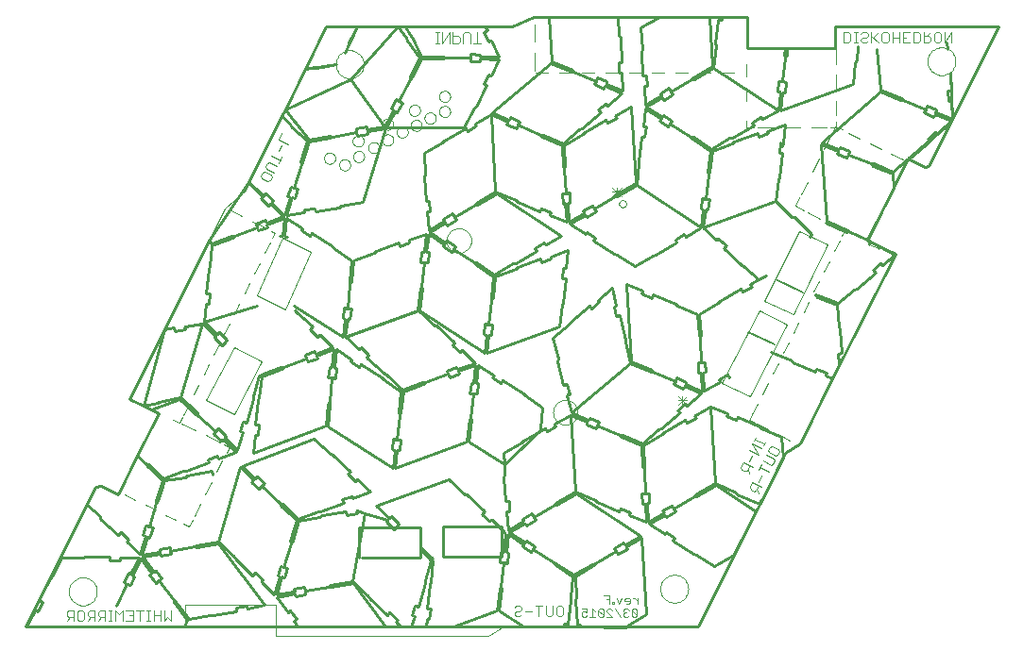
<source format=gbo>
G75*
%MOIN*%
%OFA0B0*%
%FSLAX24Y24*%
%IPPOS*%
%LPD*%
%AMOC8*
5,1,8,0,0,1.08239X$1,22.5*
%
%ADD10C,0.0000*%
%ADD11C,0.0039*%
%ADD12C,0.0030*%
%ADD13C,0.0100*%
%ADD14C,0.0059*%
%ADD15C,0.0040*%
D10*
X001543Y001214D02*
X007057Y001214D01*
X007162Y001332D01*
X007163Y001992D01*
X010376Y001990D01*
X010370Y000897D01*
X017853Y000897D01*
X018407Y001214D01*
X025254Y001214D01*
X028315Y007336D01*
X028846Y007690D01*
X032212Y014373D01*
X031218Y014865D01*
X032655Y017739D01*
X033246Y017444D01*
X033393Y017483D01*
X035864Y022424D01*
X030103Y022423D01*
X030103Y022424D02*
X030103Y021647D01*
X026989Y021647D01*
X026989Y022739D01*
X019476Y022739D01*
X018689Y022424D01*
X012143Y022424D01*
X009220Y016568D01*
X008561Y015977D01*
X005204Y009265D01*
X006218Y008753D01*
X004781Y005889D01*
X004191Y006184D01*
X004004Y006145D01*
X001543Y001214D01*
X003060Y002453D02*
X003062Y002497D01*
X003068Y002541D01*
X003078Y002584D01*
X003091Y002626D01*
X003109Y002666D01*
X003130Y002705D01*
X003154Y002742D01*
X003181Y002777D01*
X003212Y002809D01*
X003245Y002838D01*
X003281Y002864D01*
X003319Y002886D01*
X003359Y002905D01*
X003400Y002921D01*
X003443Y002933D01*
X003486Y002941D01*
X003530Y002945D01*
X003574Y002945D01*
X003618Y002941D01*
X003661Y002933D01*
X003704Y002921D01*
X003745Y002905D01*
X003785Y002886D01*
X003823Y002864D01*
X003859Y002838D01*
X003892Y002809D01*
X003923Y002777D01*
X003950Y002742D01*
X003974Y002705D01*
X003995Y002666D01*
X004013Y002626D01*
X004026Y002584D01*
X004036Y002541D01*
X004042Y002497D01*
X004044Y002453D01*
X004042Y002409D01*
X004036Y002365D01*
X004026Y002322D01*
X004013Y002280D01*
X003995Y002240D01*
X003974Y002201D01*
X003950Y002164D01*
X003923Y002129D01*
X003892Y002097D01*
X003859Y002068D01*
X003823Y002042D01*
X003785Y002020D01*
X003745Y002001D01*
X003704Y001985D01*
X003661Y001973D01*
X003618Y001965D01*
X003574Y001961D01*
X003530Y001961D01*
X003486Y001965D01*
X003443Y001973D01*
X003400Y001985D01*
X003359Y002001D01*
X003319Y002020D01*
X003281Y002042D01*
X003245Y002068D01*
X003212Y002097D01*
X003181Y002129D01*
X003154Y002164D01*
X003130Y002201D01*
X003109Y002240D01*
X003091Y002280D01*
X003078Y002322D01*
X003068Y002365D01*
X003062Y002409D01*
X003060Y002453D01*
X016391Y014853D02*
X016393Y014894D01*
X016399Y014935D01*
X016409Y014975D01*
X016422Y015014D01*
X016439Y015051D01*
X016460Y015087D01*
X016484Y015121D01*
X016511Y015152D01*
X016540Y015180D01*
X016573Y015206D01*
X016607Y015228D01*
X016644Y015247D01*
X016682Y015262D01*
X016722Y015274D01*
X016762Y015282D01*
X016803Y015286D01*
X016845Y015286D01*
X016886Y015282D01*
X016926Y015274D01*
X016966Y015262D01*
X017004Y015247D01*
X017040Y015228D01*
X017075Y015206D01*
X017108Y015180D01*
X017137Y015152D01*
X017164Y015121D01*
X017188Y015087D01*
X017209Y015051D01*
X017226Y015014D01*
X017239Y014975D01*
X017249Y014935D01*
X017255Y014894D01*
X017257Y014853D01*
X017255Y014812D01*
X017249Y014771D01*
X017239Y014731D01*
X017226Y014692D01*
X017209Y014655D01*
X017188Y014619D01*
X017164Y014585D01*
X017137Y014554D01*
X017108Y014526D01*
X017075Y014500D01*
X017041Y014478D01*
X017004Y014459D01*
X016966Y014444D01*
X016926Y014432D01*
X016886Y014424D01*
X016845Y014420D01*
X016803Y014420D01*
X016762Y014424D01*
X016722Y014432D01*
X016682Y014444D01*
X016644Y014459D01*
X016608Y014478D01*
X016573Y014500D01*
X016540Y014526D01*
X016511Y014554D01*
X016484Y014585D01*
X016460Y014619D01*
X016439Y014655D01*
X016422Y014692D01*
X016409Y014731D01*
X016399Y014771D01*
X016393Y014812D01*
X016391Y014853D01*
X012596Y017523D02*
X012598Y017550D01*
X012604Y017577D01*
X012613Y017603D01*
X012626Y017627D01*
X012642Y017650D01*
X012661Y017669D01*
X012683Y017686D01*
X012707Y017700D01*
X012732Y017710D01*
X012759Y017717D01*
X012786Y017720D01*
X012814Y017719D01*
X012841Y017714D01*
X012867Y017706D01*
X012891Y017694D01*
X012914Y017678D01*
X012935Y017660D01*
X012952Y017639D01*
X012967Y017615D01*
X012978Y017590D01*
X012986Y017564D01*
X012990Y017537D01*
X012990Y017509D01*
X012986Y017482D01*
X012978Y017456D01*
X012967Y017431D01*
X012952Y017407D01*
X012935Y017386D01*
X012914Y017368D01*
X012892Y017352D01*
X012867Y017340D01*
X012841Y017332D01*
X012814Y017327D01*
X012786Y017326D01*
X012759Y017329D01*
X012732Y017336D01*
X012707Y017346D01*
X012683Y017360D01*
X012661Y017377D01*
X012642Y017396D01*
X012626Y017419D01*
X012613Y017443D01*
X012604Y017469D01*
X012598Y017496D01*
X012596Y017523D01*
X012065Y017759D02*
X012067Y017786D01*
X012073Y017813D01*
X012082Y017839D01*
X012095Y017863D01*
X012111Y017886D01*
X012130Y017905D01*
X012152Y017922D01*
X012176Y017936D01*
X012201Y017946D01*
X012228Y017953D01*
X012255Y017956D01*
X012283Y017955D01*
X012310Y017950D01*
X012336Y017942D01*
X012360Y017930D01*
X012383Y017914D01*
X012404Y017896D01*
X012421Y017875D01*
X012436Y017851D01*
X012447Y017826D01*
X012455Y017800D01*
X012459Y017773D01*
X012459Y017745D01*
X012455Y017718D01*
X012447Y017692D01*
X012436Y017667D01*
X012421Y017643D01*
X012404Y017622D01*
X012383Y017604D01*
X012361Y017588D01*
X012336Y017576D01*
X012310Y017568D01*
X012283Y017563D01*
X012255Y017562D01*
X012228Y017565D01*
X012201Y017572D01*
X012176Y017582D01*
X012152Y017596D01*
X012130Y017613D01*
X012111Y017632D01*
X012095Y017655D01*
X012082Y017679D01*
X012073Y017705D01*
X012067Y017732D01*
X012065Y017759D01*
X013088Y017818D02*
X013090Y017845D01*
X013096Y017872D01*
X013105Y017898D01*
X013118Y017922D01*
X013134Y017945D01*
X013153Y017964D01*
X013175Y017981D01*
X013199Y017995D01*
X013224Y018005D01*
X013251Y018012D01*
X013278Y018015D01*
X013306Y018014D01*
X013333Y018009D01*
X013359Y018001D01*
X013383Y017989D01*
X013406Y017973D01*
X013427Y017955D01*
X013444Y017934D01*
X013459Y017910D01*
X013470Y017885D01*
X013478Y017859D01*
X013482Y017832D01*
X013482Y017804D01*
X013478Y017777D01*
X013470Y017751D01*
X013459Y017726D01*
X013444Y017702D01*
X013427Y017681D01*
X013406Y017663D01*
X013384Y017647D01*
X013359Y017635D01*
X013333Y017627D01*
X013306Y017622D01*
X013278Y017621D01*
X013251Y017624D01*
X013224Y017631D01*
X013199Y017641D01*
X013175Y017655D01*
X013153Y017672D01*
X013134Y017691D01*
X013118Y017714D01*
X013105Y017738D01*
X013096Y017764D01*
X013090Y017791D01*
X013088Y017818D01*
X013620Y018133D02*
X013622Y018160D01*
X013628Y018187D01*
X013637Y018213D01*
X013650Y018237D01*
X013666Y018260D01*
X013685Y018279D01*
X013707Y018296D01*
X013731Y018310D01*
X013756Y018320D01*
X013783Y018327D01*
X013810Y018330D01*
X013838Y018329D01*
X013865Y018324D01*
X013891Y018316D01*
X013915Y018304D01*
X013938Y018288D01*
X013959Y018270D01*
X013976Y018249D01*
X013991Y018225D01*
X014002Y018200D01*
X014010Y018174D01*
X014014Y018147D01*
X014014Y018119D01*
X014010Y018092D01*
X014002Y018066D01*
X013991Y018041D01*
X013976Y018017D01*
X013959Y017996D01*
X013938Y017978D01*
X013916Y017962D01*
X013891Y017950D01*
X013865Y017942D01*
X013838Y017937D01*
X013810Y017936D01*
X013783Y017939D01*
X013756Y017946D01*
X013731Y017956D01*
X013707Y017970D01*
X013685Y017987D01*
X013666Y018006D01*
X013650Y018029D01*
X013637Y018053D01*
X013628Y018079D01*
X013622Y018106D01*
X013620Y018133D01*
X013068Y018369D02*
X013070Y018396D01*
X013076Y018423D01*
X013085Y018449D01*
X013098Y018473D01*
X013114Y018496D01*
X013133Y018515D01*
X013155Y018532D01*
X013179Y018546D01*
X013204Y018556D01*
X013231Y018563D01*
X013258Y018566D01*
X013286Y018565D01*
X013313Y018560D01*
X013339Y018552D01*
X013363Y018540D01*
X013386Y018524D01*
X013407Y018506D01*
X013424Y018485D01*
X013439Y018461D01*
X013450Y018436D01*
X013458Y018410D01*
X013462Y018383D01*
X013462Y018355D01*
X013458Y018328D01*
X013450Y018302D01*
X013439Y018277D01*
X013424Y018253D01*
X013407Y018232D01*
X013386Y018214D01*
X013364Y018198D01*
X013339Y018186D01*
X013313Y018178D01*
X013286Y018173D01*
X013258Y018172D01*
X013231Y018175D01*
X013204Y018182D01*
X013179Y018192D01*
X013155Y018206D01*
X013133Y018223D01*
X013114Y018242D01*
X013098Y018265D01*
X013085Y018289D01*
X013076Y018315D01*
X013070Y018342D01*
X013068Y018369D01*
X014112Y018408D02*
X014114Y018435D01*
X014120Y018462D01*
X014129Y018488D01*
X014142Y018512D01*
X014158Y018535D01*
X014177Y018554D01*
X014199Y018571D01*
X014223Y018585D01*
X014248Y018595D01*
X014275Y018602D01*
X014302Y018605D01*
X014330Y018604D01*
X014357Y018599D01*
X014383Y018591D01*
X014407Y018579D01*
X014430Y018563D01*
X014451Y018545D01*
X014468Y018524D01*
X014483Y018500D01*
X014494Y018475D01*
X014502Y018449D01*
X014506Y018422D01*
X014506Y018394D01*
X014502Y018367D01*
X014494Y018341D01*
X014483Y018316D01*
X014468Y018292D01*
X014451Y018271D01*
X014430Y018253D01*
X014408Y018237D01*
X014383Y018225D01*
X014357Y018217D01*
X014330Y018212D01*
X014302Y018211D01*
X014275Y018214D01*
X014248Y018221D01*
X014223Y018231D01*
X014199Y018245D01*
X014177Y018262D01*
X014158Y018281D01*
X014142Y018304D01*
X014129Y018328D01*
X014120Y018354D01*
X014114Y018381D01*
X014112Y018408D01*
X014624Y018684D02*
X014626Y018711D01*
X014632Y018738D01*
X014641Y018764D01*
X014654Y018788D01*
X014670Y018811D01*
X014689Y018830D01*
X014711Y018847D01*
X014735Y018861D01*
X014760Y018871D01*
X014787Y018878D01*
X014814Y018881D01*
X014842Y018880D01*
X014869Y018875D01*
X014895Y018867D01*
X014919Y018855D01*
X014942Y018839D01*
X014963Y018821D01*
X014980Y018800D01*
X014995Y018776D01*
X015006Y018751D01*
X015014Y018725D01*
X015018Y018698D01*
X015018Y018670D01*
X015014Y018643D01*
X015006Y018617D01*
X014995Y018592D01*
X014980Y018568D01*
X014963Y018547D01*
X014942Y018529D01*
X014920Y018513D01*
X014895Y018501D01*
X014869Y018493D01*
X014842Y018488D01*
X014814Y018487D01*
X014787Y018490D01*
X014760Y018497D01*
X014735Y018507D01*
X014711Y018521D01*
X014689Y018538D01*
X014670Y018557D01*
X014654Y018580D01*
X014641Y018604D01*
X014632Y018630D01*
X014626Y018657D01*
X014624Y018684D01*
X014112Y018960D02*
X014114Y018987D01*
X014120Y019014D01*
X014129Y019040D01*
X014142Y019064D01*
X014158Y019087D01*
X014177Y019106D01*
X014199Y019123D01*
X014223Y019137D01*
X014248Y019147D01*
X014275Y019154D01*
X014302Y019157D01*
X014330Y019156D01*
X014357Y019151D01*
X014383Y019143D01*
X014407Y019131D01*
X014430Y019115D01*
X014451Y019097D01*
X014468Y019076D01*
X014483Y019052D01*
X014494Y019027D01*
X014502Y019001D01*
X014506Y018974D01*
X014506Y018946D01*
X014502Y018919D01*
X014494Y018893D01*
X014483Y018868D01*
X014468Y018844D01*
X014451Y018823D01*
X014430Y018805D01*
X014408Y018789D01*
X014383Y018777D01*
X014357Y018769D01*
X014330Y018764D01*
X014302Y018763D01*
X014275Y018766D01*
X014248Y018773D01*
X014223Y018783D01*
X014199Y018797D01*
X014177Y018814D01*
X014158Y018833D01*
X014142Y018856D01*
X014129Y018880D01*
X014120Y018906D01*
X014114Y018933D01*
X014112Y018960D01*
X015057Y019452D02*
X015059Y019479D01*
X015065Y019506D01*
X015074Y019532D01*
X015087Y019556D01*
X015103Y019579D01*
X015122Y019598D01*
X015144Y019615D01*
X015168Y019629D01*
X015193Y019639D01*
X015220Y019646D01*
X015247Y019649D01*
X015275Y019648D01*
X015302Y019643D01*
X015328Y019635D01*
X015352Y019623D01*
X015375Y019607D01*
X015396Y019589D01*
X015413Y019568D01*
X015428Y019544D01*
X015439Y019519D01*
X015447Y019493D01*
X015451Y019466D01*
X015451Y019438D01*
X015447Y019411D01*
X015439Y019385D01*
X015428Y019360D01*
X015413Y019336D01*
X015396Y019315D01*
X015375Y019297D01*
X015353Y019281D01*
X015328Y019269D01*
X015302Y019261D01*
X015275Y019256D01*
X015247Y019255D01*
X015220Y019258D01*
X015193Y019265D01*
X015168Y019275D01*
X015144Y019289D01*
X015122Y019306D01*
X015103Y019325D01*
X015087Y019348D01*
X015074Y019372D01*
X015065Y019398D01*
X015059Y019425D01*
X015057Y019452D01*
X015116Y018920D02*
X015118Y018947D01*
X015124Y018974D01*
X015133Y019000D01*
X015146Y019024D01*
X015162Y019047D01*
X015181Y019066D01*
X015203Y019083D01*
X015227Y019097D01*
X015252Y019107D01*
X015279Y019114D01*
X015306Y019117D01*
X015334Y019116D01*
X015361Y019111D01*
X015387Y019103D01*
X015411Y019091D01*
X015434Y019075D01*
X015455Y019057D01*
X015472Y019036D01*
X015487Y019012D01*
X015498Y018987D01*
X015506Y018961D01*
X015510Y018934D01*
X015510Y018906D01*
X015506Y018879D01*
X015498Y018853D01*
X015487Y018828D01*
X015472Y018804D01*
X015455Y018783D01*
X015434Y018765D01*
X015412Y018749D01*
X015387Y018737D01*
X015361Y018729D01*
X015334Y018724D01*
X015306Y018723D01*
X015279Y018726D01*
X015252Y018733D01*
X015227Y018743D01*
X015203Y018757D01*
X015181Y018774D01*
X015162Y018793D01*
X015146Y018816D01*
X015133Y018840D01*
X015124Y018866D01*
X015118Y018893D01*
X015116Y018920D01*
X015608Y019176D02*
X015610Y019203D01*
X015616Y019230D01*
X015625Y019256D01*
X015638Y019280D01*
X015654Y019303D01*
X015673Y019322D01*
X015695Y019339D01*
X015719Y019353D01*
X015744Y019363D01*
X015771Y019370D01*
X015798Y019373D01*
X015826Y019372D01*
X015853Y019367D01*
X015879Y019359D01*
X015903Y019347D01*
X015926Y019331D01*
X015947Y019313D01*
X015964Y019292D01*
X015979Y019268D01*
X015990Y019243D01*
X015998Y019217D01*
X016002Y019190D01*
X016002Y019162D01*
X015998Y019135D01*
X015990Y019109D01*
X015979Y019084D01*
X015964Y019060D01*
X015947Y019039D01*
X015926Y019021D01*
X015904Y019005D01*
X015879Y018993D01*
X015853Y018985D01*
X015826Y018980D01*
X015798Y018979D01*
X015771Y018982D01*
X015744Y018989D01*
X015719Y018999D01*
X015695Y019013D01*
X015673Y019030D01*
X015654Y019049D01*
X015638Y019072D01*
X015625Y019096D01*
X015616Y019122D01*
X015610Y019149D01*
X015608Y019176D01*
X016120Y019412D02*
X016122Y019439D01*
X016128Y019466D01*
X016137Y019492D01*
X016150Y019516D01*
X016166Y019539D01*
X016185Y019558D01*
X016207Y019575D01*
X016231Y019589D01*
X016256Y019599D01*
X016283Y019606D01*
X016310Y019609D01*
X016338Y019608D01*
X016365Y019603D01*
X016391Y019595D01*
X016415Y019583D01*
X016438Y019567D01*
X016459Y019549D01*
X016476Y019528D01*
X016491Y019504D01*
X016502Y019479D01*
X016510Y019453D01*
X016514Y019426D01*
X016514Y019398D01*
X016510Y019371D01*
X016502Y019345D01*
X016491Y019320D01*
X016476Y019296D01*
X016459Y019275D01*
X016438Y019257D01*
X016416Y019241D01*
X016391Y019229D01*
X016365Y019221D01*
X016338Y019216D01*
X016310Y019215D01*
X016283Y019218D01*
X016256Y019225D01*
X016231Y019235D01*
X016207Y019249D01*
X016185Y019266D01*
X016166Y019285D01*
X016150Y019308D01*
X016137Y019332D01*
X016128Y019358D01*
X016122Y019385D01*
X016120Y019412D01*
X016120Y019944D02*
X016122Y019971D01*
X016128Y019998D01*
X016137Y020024D01*
X016150Y020048D01*
X016166Y020071D01*
X016185Y020090D01*
X016207Y020107D01*
X016231Y020121D01*
X016256Y020131D01*
X016283Y020138D01*
X016310Y020141D01*
X016338Y020140D01*
X016365Y020135D01*
X016391Y020127D01*
X016415Y020115D01*
X016438Y020099D01*
X016459Y020081D01*
X016476Y020060D01*
X016491Y020036D01*
X016502Y020011D01*
X016510Y019985D01*
X016514Y019958D01*
X016514Y019930D01*
X016510Y019903D01*
X016502Y019877D01*
X016491Y019852D01*
X016476Y019828D01*
X016459Y019807D01*
X016438Y019789D01*
X016416Y019773D01*
X016391Y019761D01*
X016365Y019753D01*
X016338Y019748D01*
X016310Y019747D01*
X016283Y019750D01*
X016256Y019757D01*
X016231Y019767D01*
X016207Y019781D01*
X016185Y019798D01*
X016166Y019817D01*
X016150Y019840D01*
X016137Y019864D01*
X016128Y019890D01*
X016122Y019917D01*
X016120Y019944D01*
X012478Y021079D02*
X012480Y021123D01*
X012486Y021167D01*
X012496Y021210D01*
X012509Y021252D01*
X012527Y021292D01*
X012548Y021331D01*
X012572Y021368D01*
X012599Y021403D01*
X012630Y021435D01*
X012663Y021464D01*
X012699Y021490D01*
X012737Y021512D01*
X012777Y021531D01*
X012818Y021547D01*
X012861Y021559D01*
X012904Y021567D01*
X012948Y021571D01*
X012992Y021571D01*
X013036Y021567D01*
X013079Y021559D01*
X013122Y021547D01*
X013163Y021531D01*
X013203Y021512D01*
X013241Y021490D01*
X013277Y021464D01*
X013310Y021435D01*
X013341Y021403D01*
X013368Y021368D01*
X013392Y021331D01*
X013413Y021292D01*
X013431Y021252D01*
X013444Y021210D01*
X013454Y021167D01*
X013460Y021123D01*
X013462Y021079D01*
X013460Y021035D01*
X013454Y020991D01*
X013444Y020948D01*
X013431Y020906D01*
X013413Y020866D01*
X013392Y020827D01*
X013368Y020790D01*
X013341Y020755D01*
X013310Y020723D01*
X013277Y020694D01*
X013241Y020668D01*
X013203Y020646D01*
X013163Y020627D01*
X013122Y020611D01*
X013079Y020599D01*
X013036Y020591D01*
X012992Y020587D01*
X012948Y020587D01*
X012904Y020591D01*
X012861Y020599D01*
X012818Y020611D01*
X012777Y020627D01*
X012737Y020646D01*
X012699Y020668D01*
X012663Y020694D01*
X012630Y020723D01*
X012599Y020755D01*
X012572Y020790D01*
X012548Y020827D01*
X012527Y020866D01*
X012509Y020906D01*
X012496Y020948D01*
X012486Y020991D01*
X012480Y021035D01*
X012478Y021079D01*
X020144Y008781D02*
X020146Y008822D01*
X020152Y008863D01*
X020162Y008903D01*
X020175Y008942D01*
X020192Y008979D01*
X020213Y009015D01*
X020237Y009049D01*
X020264Y009080D01*
X020293Y009108D01*
X020326Y009134D01*
X020360Y009156D01*
X020397Y009175D01*
X020435Y009190D01*
X020475Y009202D01*
X020515Y009210D01*
X020556Y009214D01*
X020598Y009214D01*
X020639Y009210D01*
X020679Y009202D01*
X020719Y009190D01*
X020757Y009175D01*
X020793Y009156D01*
X020828Y009134D01*
X020861Y009108D01*
X020890Y009080D01*
X020917Y009049D01*
X020941Y009015D01*
X020962Y008979D01*
X020979Y008942D01*
X020992Y008903D01*
X021002Y008863D01*
X021008Y008822D01*
X021010Y008781D01*
X021008Y008740D01*
X021002Y008699D01*
X020992Y008659D01*
X020979Y008620D01*
X020962Y008583D01*
X020941Y008547D01*
X020917Y008513D01*
X020890Y008482D01*
X020861Y008454D01*
X020828Y008428D01*
X020794Y008406D01*
X020757Y008387D01*
X020719Y008372D01*
X020679Y008360D01*
X020639Y008352D01*
X020598Y008348D01*
X020556Y008348D01*
X020515Y008352D01*
X020475Y008360D01*
X020435Y008372D01*
X020397Y008387D01*
X020361Y008406D01*
X020326Y008428D01*
X020293Y008454D01*
X020264Y008482D01*
X020237Y008513D01*
X020213Y008547D01*
X020192Y008583D01*
X020175Y008620D01*
X020162Y008659D01*
X020152Y008699D01*
X020146Y008740D01*
X020144Y008781D01*
X023929Y002550D02*
X023931Y002594D01*
X023937Y002638D01*
X023947Y002681D01*
X023960Y002723D01*
X023978Y002763D01*
X023999Y002802D01*
X024023Y002839D01*
X024050Y002874D01*
X024081Y002906D01*
X024114Y002935D01*
X024150Y002961D01*
X024188Y002983D01*
X024228Y003002D01*
X024269Y003018D01*
X024312Y003030D01*
X024355Y003038D01*
X024399Y003042D01*
X024443Y003042D01*
X024487Y003038D01*
X024530Y003030D01*
X024573Y003018D01*
X024614Y003002D01*
X024654Y002983D01*
X024692Y002961D01*
X024728Y002935D01*
X024761Y002906D01*
X024792Y002874D01*
X024819Y002839D01*
X024843Y002802D01*
X024864Y002763D01*
X024882Y002723D01*
X024895Y002681D01*
X024905Y002638D01*
X024911Y002594D01*
X024913Y002550D01*
X024911Y002506D01*
X024905Y002462D01*
X024895Y002419D01*
X024882Y002377D01*
X024864Y002337D01*
X024843Y002298D01*
X024819Y002261D01*
X024792Y002226D01*
X024761Y002194D01*
X024728Y002165D01*
X024692Y002139D01*
X024654Y002117D01*
X024614Y002098D01*
X024573Y002082D01*
X024530Y002070D01*
X024487Y002062D01*
X024443Y002058D01*
X024399Y002058D01*
X024355Y002062D01*
X024312Y002070D01*
X024269Y002082D01*
X024228Y002098D01*
X024188Y002117D01*
X024150Y002139D01*
X024114Y002165D01*
X024081Y002194D01*
X024050Y002226D01*
X024023Y002261D01*
X023999Y002298D01*
X023978Y002337D01*
X023960Y002377D01*
X023947Y002419D01*
X023937Y002462D01*
X023931Y002506D01*
X023929Y002550D01*
X033359Y021185D02*
X033361Y021229D01*
X033367Y021273D01*
X033377Y021316D01*
X033390Y021358D01*
X033408Y021398D01*
X033429Y021437D01*
X033453Y021474D01*
X033480Y021509D01*
X033511Y021541D01*
X033544Y021570D01*
X033580Y021596D01*
X033618Y021618D01*
X033658Y021637D01*
X033699Y021653D01*
X033742Y021665D01*
X033785Y021673D01*
X033829Y021677D01*
X033873Y021677D01*
X033917Y021673D01*
X033960Y021665D01*
X034003Y021653D01*
X034044Y021637D01*
X034084Y021618D01*
X034122Y021596D01*
X034158Y021570D01*
X034191Y021541D01*
X034222Y021509D01*
X034249Y021474D01*
X034273Y021437D01*
X034294Y021398D01*
X034312Y021358D01*
X034325Y021316D01*
X034335Y021273D01*
X034341Y021229D01*
X034343Y021185D01*
X034341Y021141D01*
X034335Y021097D01*
X034325Y021054D01*
X034312Y021012D01*
X034294Y020972D01*
X034273Y020933D01*
X034249Y020896D01*
X034222Y020861D01*
X034191Y020829D01*
X034158Y020800D01*
X034122Y020774D01*
X034084Y020752D01*
X034044Y020733D01*
X034003Y020717D01*
X033960Y020705D01*
X033917Y020697D01*
X033873Y020693D01*
X033829Y020693D01*
X033785Y020697D01*
X033742Y020705D01*
X033699Y020717D01*
X033658Y020733D01*
X033618Y020752D01*
X033580Y020774D01*
X033544Y020800D01*
X033511Y020829D01*
X033480Y020861D01*
X033453Y020896D01*
X033429Y020933D01*
X033408Y020972D01*
X033390Y021012D01*
X033377Y021054D01*
X033367Y021097D01*
X033361Y021141D01*
X033359Y021185D01*
D11*
X030126Y021097D02*
X030126Y021609D01*
X030126Y020704D02*
X030126Y020192D01*
X030126Y019798D02*
X030126Y019286D01*
X030123Y019061D02*
X030123Y018846D01*
X029932Y018846D01*
X029808Y018850D02*
X029251Y018850D01*
X028857Y018849D02*
X028301Y018848D01*
X027907Y018847D02*
X027350Y018846D01*
X027227Y018846D02*
X026972Y018848D01*
X026972Y019085D01*
X026971Y019789D02*
X026971Y020242D01*
X026971Y020635D02*
X026971Y021088D01*
X026531Y020789D02*
X026104Y020789D01*
X025710Y020789D02*
X025283Y020789D01*
X024889Y020789D02*
X024461Y020788D01*
X024068Y020788D02*
X023640Y020788D01*
X023247Y020788D02*
X022819Y020788D01*
X022426Y020788D02*
X021998Y020788D01*
X021605Y020788D02*
X021177Y020788D01*
X020784Y020788D02*
X020356Y020788D01*
X019963Y020788D02*
X019535Y020787D01*
X019485Y020845D02*
X019486Y021474D01*
X019487Y021868D02*
X019488Y022497D01*
X022475Y016152D02*
X022477Y016174D01*
X022482Y016194D01*
X022492Y016214D01*
X022504Y016232D01*
X022519Y016247D01*
X022537Y016259D01*
X022557Y016269D01*
X022577Y016274D01*
X022599Y016276D01*
X022621Y016274D01*
X022641Y016269D01*
X022661Y016259D01*
X022679Y016247D01*
X022694Y016232D01*
X022706Y016214D01*
X022716Y016194D01*
X022721Y016174D01*
X022723Y016152D01*
X022721Y016130D01*
X022716Y016110D01*
X022706Y016090D01*
X022694Y016072D01*
X022679Y016057D01*
X022661Y016045D01*
X022641Y016035D01*
X022621Y016030D01*
X022599Y016028D01*
X022577Y016030D01*
X022557Y016035D01*
X022537Y016045D01*
X022519Y016057D01*
X022504Y016072D01*
X022492Y016090D01*
X022482Y016110D01*
X022477Y016130D01*
X022475Y016152D01*
X027609Y012716D02*
X028620Y012237D01*
X029825Y014726D01*
X028839Y015175D01*
X027609Y012716D01*
X027418Y012368D02*
X028394Y011896D01*
X027107Y009344D01*
X026109Y009823D01*
X027418Y012368D01*
X028621Y011595D02*
X028806Y011964D01*
X028982Y012316D02*
X029166Y012686D01*
X029343Y013038D02*
X029527Y013407D01*
X029703Y013759D02*
X029888Y014129D01*
X030064Y014481D02*
X030249Y014850D01*
X030342Y015032D02*
X030450Y015241D01*
X030352Y015239D02*
X029918Y015456D01*
X029566Y015632D02*
X029132Y015849D01*
X028995Y015922D02*
X028691Y016071D01*
X028840Y016370D01*
X028893Y016472D02*
X029123Y016931D01*
X029299Y017283D02*
X029529Y017743D01*
X029706Y018095D02*
X029936Y018554D01*
X029988Y018659D02*
X030105Y018891D01*
X030351Y018768D01*
X030559Y018665D02*
X030966Y018461D01*
X031318Y018285D02*
X031725Y018081D01*
X032077Y017904D02*
X032483Y017700D01*
X031301Y014725D02*
X031642Y014581D01*
X028445Y011243D02*
X028260Y010873D01*
X028084Y010521D02*
X027899Y010152D01*
X027723Y009800D02*
X027539Y009430D01*
X027363Y009078D02*
X027178Y008709D01*
X027168Y008694D02*
X027072Y008512D01*
X027249Y008423D01*
X027327Y008385D02*
X027741Y008177D01*
X028093Y008001D02*
X028508Y007794D01*
X011605Y014454D02*
X010605Y014954D01*
X009684Y012922D01*
X010684Y012422D01*
X011605Y014454D01*
X010325Y015129D02*
X010225Y014933D01*
X010146Y014772D02*
X009964Y014408D01*
X009788Y014056D02*
X009606Y013693D01*
X009430Y013341D02*
X009248Y012977D01*
X009072Y012625D02*
X008890Y012262D01*
X008713Y011910D02*
X008532Y011546D01*
X008355Y011194D02*
X008174Y010831D01*
X007997Y010479D02*
X007816Y010115D01*
X007639Y009763D02*
X007457Y009400D01*
X007281Y009047D02*
X007099Y008684D01*
X007059Y008607D02*
X006955Y008403D01*
X006743Y008505D01*
X007038Y008398D02*
X007543Y008145D01*
X007895Y007969D02*
X008400Y007716D01*
X008513Y007662D02*
X008715Y007559D01*
X008614Y007360D01*
X008477Y007094D02*
X008263Y006667D01*
X008087Y006315D02*
X007873Y005888D01*
X007696Y005536D02*
X007482Y005109D01*
X007423Y004975D02*
X007299Y004733D01*
X007088Y004846D01*
X006837Y004973D02*
X006471Y005158D01*
X006119Y005336D02*
X005753Y005521D01*
X005402Y005699D02*
X005036Y005884D01*
X007908Y009204D02*
X008908Y008704D01*
X009846Y010579D01*
X008908Y011079D01*
X007908Y009204D01*
X010325Y015129D02*
X010184Y015199D01*
X009981Y015305D02*
X009527Y015532D01*
X009175Y015708D02*
X008721Y015935D01*
D12*
X009854Y017065D02*
X009826Y017148D01*
X009881Y017258D01*
X009964Y017286D01*
X010185Y017176D01*
X010213Y017093D01*
X010158Y016983D01*
X010075Y016955D01*
X009854Y017065D01*
X010018Y017395D02*
X009990Y017477D01*
X010045Y017588D01*
X010128Y017616D01*
X010404Y017479D01*
X010458Y017587D02*
X010568Y017809D01*
X010513Y017698D02*
X010181Y017863D01*
X010456Y018000D02*
X010566Y018221D01*
X010785Y018247D02*
X010454Y018412D01*
X010564Y018633D01*
X010018Y017395D02*
X010294Y017257D01*
X015993Y021830D02*
X016116Y021830D01*
X016054Y021830D02*
X016054Y022201D01*
X015993Y022201D02*
X016116Y022201D01*
X016238Y022201D02*
X016238Y021830D01*
X016485Y022201D01*
X016485Y021830D01*
X016606Y021830D02*
X016606Y022201D01*
X016606Y022077D02*
X016792Y022077D01*
X016853Y022015D01*
X016853Y021892D01*
X016792Y021830D01*
X016606Y021830D01*
X016975Y021830D02*
X016975Y022139D01*
X017036Y022201D01*
X017160Y022201D01*
X017222Y022139D01*
X017222Y021830D01*
X017343Y021830D02*
X017590Y021830D01*
X017466Y021830D02*
X017466Y022201D01*
X030393Y022211D02*
X030393Y021841D01*
X030578Y021841D01*
X030640Y021903D01*
X030640Y022150D01*
X030578Y022211D01*
X030393Y022211D01*
X030761Y022211D02*
X030885Y022211D01*
X030823Y022211D02*
X030823Y021841D01*
X030761Y021841D02*
X030885Y021841D01*
X031007Y021903D02*
X031007Y021964D01*
X031068Y022026D01*
X031192Y022026D01*
X031254Y022088D01*
X031254Y022150D01*
X031192Y022211D01*
X031068Y022211D01*
X031007Y022150D01*
X031007Y021903D02*
X031068Y021841D01*
X031192Y021841D01*
X031254Y021903D01*
X031375Y021841D02*
X031375Y022211D01*
X031375Y022088D02*
X031622Y021841D01*
X031743Y021903D02*
X031743Y022150D01*
X031805Y022211D01*
X031928Y022211D01*
X031990Y022150D01*
X031990Y021903D01*
X031928Y021841D01*
X031805Y021841D01*
X031743Y021903D01*
X031437Y022026D02*
X031622Y022211D01*
X032112Y022211D02*
X032112Y021841D01*
X032112Y022026D02*
X032359Y022026D01*
X032480Y022026D02*
X032603Y022026D01*
X032480Y021841D02*
X032480Y022211D01*
X032727Y022211D01*
X032848Y022211D02*
X033033Y022211D01*
X033095Y022150D01*
X033095Y021903D01*
X033033Y021841D01*
X032848Y021841D01*
X032848Y022211D01*
X033217Y022211D02*
X033217Y021841D01*
X033402Y021841D01*
X033463Y021903D01*
X033463Y022026D01*
X033402Y022088D01*
X033217Y022088D01*
X033340Y022088D02*
X033463Y022211D01*
X033585Y022150D02*
X033647Y022211D01*
X033770Y022211D01*
X033832Y022150D01*
X033832Y021903D01*
X033770Y021841D01*
X033647Y021841D01*
X033585Y021903D01*
X033585Y022150D01*
X033953Y022211D02*
X033953Y021841D01*
X034200Y022211D01*
X034200Y021841D01*
X032727Y021841D02*
X032480Y021841D01*
X032359Y021841D02*
X032359Y022211D01*
X027285Y007886D02*
X027231Y007776D01*
X027258Y007831D02*
X027590Y007666D01*
X027617Y007721D02*
X027562Y007611D01*
X027508Y007501D02*
X027176Y007666D01*
X027398Y007280D01*
X027067Y007445D01*
X027178Y007254D02*
X027069Y007033D01*
X027070Y006897D02*
X026988Y006731D01*
X026905Y006703D01*
X026794Y006758D01*
X026766Y006840D01*
X026849Y007006D01*
X027180Y006842D01*
X027015Y006786D02*
X027071Y006621D01*
X027168Y006300D02*
X027085Y006134D01*
X027113Y006051D01*
X027224Y005996D01*
X027307Y006024D01*
X027389Y006190D01*
X027500Y006135D02*
X027168Y006300D01*
X027388Y006326D02*
X027497Y006547D01*
X027386Y006738D02*
X027495Y006959D01*
X027549Y007068D02*
X027826Y006931D01*
X027908Y006959D01*
X027963Y007069D01*
X027936Y007152D01*
X027659Y007289D01*
X027768Y007371D02*
X027741Y007453D01*
X027795Y007564D01*
X027878Y007592D01*
X028099Y007482D01*
X028127Y007399D01*
X028072Y007289D01*
X027990Y007261D01*
X027768Y007371D01*
X027440Y006849D02*
X027772Y006684D01*
X027334Y006079D02*
X027390Y005914D01*
X023115Y002224D02*
X023115Y002031D01*
X023115Y002128D02*
X023018Y002224D01*
X022970Y002224D01*
X022869Y002176D02*
X022821Y002224D01*
X022724Y002224D01*
X022676Y002176D01*
X022676Y002128D01*
X022869Y002128D01*
X022869Y002176D02*
X022869Y002079D01*
X022821Y002031D01*
X022724Y002031D01*
X022767Y001845D02*
X022670Y001845D01*
X022622Y001797D01*
X022622Y001748D01*
X022670Y001700D01*
X022622Y001651D01*
X022622Y001603D01*
X022670Y001555D01*
X022767Y001555D01*
X022815Y001603D01*
X022916Y001603D02*
X022965Y001555D01*
X023061Y001555D01*
X023110Y001603D01*
X022916Y001797D01*
X022916Y001603D01*
X022916Y001797D02*
X022965Y001845D01*
X023061Y001845D01*
X023110Y001797D01*
X023110Y001603D01*
X022815Y001797D02*
X022767Y001845D01*
X022718Y001700D02*
X022670Y001700D01*
X022521Y001555D02*
X022327Y001845D01*
X022226Y001797D02*
X022178Y001845D01*
X022081Y001845D01*
X022032Y001797D01*
X022032Y001748D01*
X022226Y001555D01*
X022032Y001555D01*
X021931Y001603D02*
X021883Y001555D01*
X021786Y001555D01*
X021738Y001603D01*
X021738Y001797D01*
X021931Y001603D01*
X021931Y001797D01*
X021883Y001845D01*
X021786Y001845D01*
X021738Y001797D01*
X021637Y001748D02*
X021540Y001845D01*
X021540Y001555D01*
X021637Y001555D02*
X021443Y001555D01*
X021342Y001603D02*
X021294Y001555D01*
X021197Y001555D01*
X021148Y001603D01*
X021148Y001700D01*
X021197Y001748D01*
X021245Y001748D01*
X021342Y001700D01*
X021342Y001845D01*
X021148Y001845D01*
X020503Y001882D02*
X020503Y001636D01*
X020441Y001574D01*
X020318Y001574D01*
X020256Y001636D01*
X020256Y001882D01*
X020318Y001944D01*
X020441Y001944D01*
X020503Y001882D01*
X020134Y001944D02*
X020134Y001636D01*
X020073Y001574D01*
X019949Y001574D01*
X019888Y001636D01*
X019888Y001944D01*
X019766Y001944D02*
X019519Y001944D01*
X019643Y001944D02*
X019643Y001574D01*
X019398Y001759D02*
X019151Y001759D01*
X019029Y001821D02*
X018968Y001759D01*
X018844Y001759D01*
X018783Y001697D01*
X018783Y001636D01*
X018844Y001574D01*
X018968Y001574D01*
X019029Y001636D01*
X019029Y001821D02*
X019029Y001882D01*
X018968Y001944D01*
X018844Y001944D01*
X018783Y001882D01*
X021939Y002321D02*
X022133Y002321D01*
X022133Y002031D01*
X022232Y002031D02*
X022280Y002031D01*
X022280Y002079D01*
X022232Y002079D01*
X022232Y002031D01*
X022133Y002176D02*
X022036Y002176D01*
X022381Y002224D02*
X022478Y002031D01*
X022575Y002224D01*
X006665Y001785D02*
X006665Y001415D01*
X006541Y001538D01*
X006418Y001415D01*
X006418Y001785D01*
X006297Y001785D02*
X006297Y001415D01*
X006297Y001600D02*
X006050Y001600D01*
X006050Y001785D02*
X006050Y001415D01*
X005928Y001415D02*
X005805Y001415D01*
X005867Y001415D02*
X005867Y001785D01*
X005928Y001785D02*
X005805Y001785D01*
X005683Y001785D02*
X005436Y001785D01*
X005314Y001785D02*
X005314Y001415D01*
X005068Y001415D01*
X004946Y001415D02*
X004946Y001785D01*
X004823Y001662D01*
X004699Y001785D01*
X004699Y001415D01*
X004578Y001415D02*
X004454Y001415D01*
X004516Y001415D02*
X004516Y001785D01*
X004578Y001785D02*
X004454Y001785D01*
X004332Y001785D02*
X004332Y001415D01*
X004332Y001538D02*
X004147Y001538D01*
X004085Y001600D01*
X004085Y001724D01*
X004147Y001785D01*
X004332Y001785D01*
X004209Y001538D02*
X004085Y001415D01*
X003964Y001415D02*
X003964Y001785D01*
X003779Y001785D01*
X003717Y001724D01*
X003717Y001600D01*
X003779Y001538D01*
X003964Y001538D01*
X003841Y001538D02*
X003717Y001415D01*
X003596Y001477D02*
X003534Y001415D01*
X003410Y001415D01*
X003349Y001477D01*
X003349Y001724D01*
X003410Y001785D01*
X003534Y001785D01*
X003596Y001724D01*
X003596Y001477D01*
X003227Y001538D02*
X003042Y001538D01*
X002980Y001600D01*
X002980Y001724D01*
X003042Y001785D01*
X003227Y001785D01*
X003227Y001415D01*
X003104Y001538D02*
X002980Y001415D01*
X005068Y001785D02*
X005314Y001785D01*
X005314Y001600D02*
X005191Y001600D01*
X005559Y001415D02*
X005559Y001785D01*
D13*
X004413Y001214D02*
X001539Y001213D01*
X007115Y001213D01*
X007230Y001441D01*
X006758Y002071D01*
X006748Y002144D01*
X006234Y002834D01*
X006132Y002757D01*
X005911Y003053D01*
X005971Y003098D01*
X005975Y003115D01*
X005594Y003624D01*
X005298Y003031D01*
X005377Y002991D01*
X005217Y002671D01*
X005105Y002727D01*
X004991Y002783D01*
X005156Y003114D01*
X005224Y003080D01*
X005241Y003085D01*
X005525Y003653D01*
X004862Y003653D01*
X004862Y003563D01*
X004504Y003563D01*
X004504Y003689D01*
X003640Y003689D01*
X003550Y003653D01*
X002797Y003653D01*
X002461Y002979D01*
X002385Y002911D01*
X001999Y002139D01*
X002116Y002081D01*
X001950Y001751D01*
X001882Y001785D01*
X001861Y001781D01*
X001578Y001214D01*
X001543Y001214D01*
X004004Y006145D01*
X004191Y006184D01*
X004781Y005889D01*
X005469Y007261D01*
X005753Y006995D01*
X005796Y006903D01*
X006345Y006389D01*
X006131Y005667D01*
X006139Y005570D01*
X005893Y004742D01*
X005772Y004778D01*
X005670Y004435D01*
X005756Y004409D01*
X005567Y003774D01*
X005103Y004209D01*
X005104Y004226D01*
X005156Y004282D01*
X004886Y004534D01*
X004799Y004441D01*
X004173Y005032D01*
X004152Y005102D01*
X003696Y005529D01*
X005893Y004742D02*
X006013Y004706D01*
X005911Y004363D01*
X005825Y004389D01*
X005636Y003754D01*
X006262Y003864D01*
X006271Y003879D01*
X006258Y003953D01*
X006622Y004017D01*
X006643Y003892D01*
X007490Y004043D01*
X007547Y004090D01*
X008322Y004227D01*
X008896Y003688D01*
X008918Y003618D01*
X009544Y003028D01*
X009631Y003121D01*
X009900Y002868D01*
X009848Y002813D01*
X009848Y002795D01*
X010311Y002361D01*
X010500Y002996D01*
X010415Y003021D01*
X010517Y003364D01*
X010638Y003329D01*
X010884Y004157D01*
X010945Y004233D01*
X011160Y004954D01*
X011901Y005084D01*
X011988Y005138D01*
X012838Y005287D01*
X012861Y005159D01*
X013224Y005223D01*
X013211Y005298D01*
X013221Y005317D01*
X013491Y005229D01*
X013067Y002813D01*
X013641Y002275D01*
X013663Y002204D01*
X014289Y001614D01*
X014376Y001707D01*
X014645Y001455D01*
X014593Y001399D01*
X014593Y001382D01*
X014773Y001213D01*
X015135Y001213D01*
X015245Y001582D01*
X015160Y001608D01*
X015262Y001951D01*
X015382Y001915D01*
X015629Y002743D01*
X015620Y002840D01*
X015835Y003562D01*
X015482Y003919D01*
X015494Y003973D02*
X015886Y003615D01*
X015911Y003547D02*
X015829Y002799D01*
X015781Y002709D01*
X015687Y001851D01*
X015817Y001837D01*
X015776Y001470D01*
X015700Y001479D01*
X015682Y001467D01*
X015654Y001213D01*
X016629Y001213D01*
X018170Y001782D01*
X018257Y002564D01*
X018300Y002624D01*
X018396Y003479D01*
X018523Y003464D01*
X018566Y003831D01*
X018490Y003840D01*
X018479Y003853D01*
X018552Y004484D01*
X019106Y004121D01*
X019057Y004046D01*
X019357Y003850D01*
X019426Y003955D01*
X020149Y003482D01*
X020244Y003463D01*
X020874Y003051D01*
X021524Y003431D01*
X021625Y003446D01*
X022371Y003881D01*
X022437Y003768D01*
X022755Y003954D01*
X022717Y004020D01*
X022720Y004042D01*
X023268Y004361D01*
X023443Y001639D01*
X022763Y001243D01*
X022726Y001179D01*
X021115Y001213D01*
X021111Y001289D01*
X020985Y001281D01*
X020930Y002143D01*
X020960Y002236D01*
X020912Y002987D01*
X021562Y003366D01*
X021625Y003446D01*
X022371Y003881D02*
X022305Y003994D01*
X022624Y004179D01*
X022662Y004114D01*
X022683Y004106D01*
X023230Y004425D01*
X020948Y005918D01*
X020268Y005521D01*
X020194Y005521D01*
X019450Y005089D01*
X019387Y005200D01*
X019066Y005016D01*
X019104Y004950D01*
X019101Y004933D01*
X018550Y004616D01*
X018511Y005277D01*
X018601Y005283D01*
X018580Y005640D01*
X018454Y005633D01*
X018404Y006495D01*
X018435Y006588D01*
X018414Y006936D01*
X019708Y008140D01*
X019688Y008213D01*
X019775Y008961D01*
X019145Y009373D01*
X019089Y009453D01*
X018366Y009926D01*
X018297Y009821D01*
X017998Y010017D01*
X018047Y010091D01*
X017492Y010454D01*
X017419Y009823D01*
X017431Y009810D01*
X017506Y009801D01*
X017464Y009434D01*
X017337Y009449D01*
X017240Y008594D01*
X017269Y008527D01*
X017178Y007745D01*
X018414Y006936D01*
X018391Y007339D01*
X019043Y007714D01*
X019107Y007794D01*
X019855Y008224D01*
X019920Y008111D01*
X020240Y008295D01*
X020202Y008361D01*
X020205Y008383D01*
X020755Y008699D01*
X020914Y005977D01*
X021637Y005666D01*
X021681Y005608D01*
X022471Y005266D01*
X022521Y005383D01*
X022861Y005238D01*
X022831Y005168D01*
X022836Y005151D01*
X023420Y004901D01*
X023381Y005562D01*
X023292Y005557D01*
X023271Y005914D01*
X023397Y005922D01*
X023346Y006784D01*
X023377Y006877D01*
X023333Y007628D01*
X023986Y008003D01*
X024049Y008083D01*
X024797Y008513D01*
X024863Y008400D01*
X025182Y008584D01*
X025144Y008650D01*
X025147Y008672D01*
X025697Y008988D01*
X025856Y006266D01*
X026580Y005955D01*
X026624Y005897D01*
X027414Y005555D01*
X027464Y005672D01*
X027480Y005665D01*
X028245Y007197D01*
X028203Y007913D01*
X027511Y008209D01*
X027439Y008281D01*
X026646Y008621D01*
X026594Y008501D01*
X026256Y008647D01*
X026285Y008717D01*
X026280Y008738D01*
X025697Y008988D01*
X025373Y009453D02*
X024867Y009026D01*
X024809Y009094D01*
X024536Y008863D01*
X024617Y008767D01*
X023957Y008209D01*
X023865Y008178D01*
X023290Y007692D01*
X022598Y007989D01*
X022497Y007992D01*
X021704Y008332D01*
X021755Y008453D01*
X021416Y008597D01*
X021386Y008528D01*
X021366Y008517D01*
X020784Y008767D01*
X022866Y010528D01*
X022681Y011293D01*
X022701Y011364D01*
X022500Y012200D01*
X022376Y012170D01*
X022289Y012529D01*
X022363Y012547D01*
X022373Y012561D01*
X022223Y013178D01*
X021717Y012751D01*
X021775Y012682D01*
X021502Y012451D01*
X021420Y012547D01*
X020761Y011989D01*
X020715Y011903D01*
X020140Y011417D01*
X020318Y010686D01*
X020304Y010585D01*
X020508Y009746D01*
X020635Y009777D01*
X020721Y009418D01*
X020648Y009401D01*
X020634Y009383D01*
X020784Y008767D01*
X020755Y008699D02*
X021337Y008449D01*
X021343Y008428D01*
X021313Y008358D01*
X021652Y008212D01*
X021704Y008332D01*
X022497Y007992D02*
X022569Y007920D01*
X023261Y007624D01*
X023305Y006873D01*
X023346Y006784D01*
X023397Y005922D02*
X023522Y005929D01*
X023543Y005572D01*
X023454Y005566D01*
X023492Y004905D01*
X024043Y005222D01*
X024047Y005239D01*
X024009Y005305D01*
X024329Y005489D01*
X024392Y005378D01*
X024457Y005268D01*
X024138Y005082D01*
X024099Y005148D01*
X024083Y005153D01*
X023534Y004833D01*
X024088Y004471D01*
X024137Y004546D01*
X024437Y004349D01*
X024368Y004244D01*
X025091Y003771D01*
X025187Y003752D01*
X025817Y003340D01*
X026467Y003720D01*
X026510Y003726D01*
X027292Y005290D01*
X025890Y006207D01*
X025210Y005810D01*
X025137Y005810D01*
X024392Y005378D01*
X025137Y005810D02*
X025174Y005873D01*
X025856Y006266D01*
X027480Y005665D02*
X027292Y005290D01*
X025254Y001214D01*
X004413Y001214D01*
X004718Y001958D02*
X005105Y002727D01*
X006048Y003142D02*
X006120Y003196D01*
X006335Y002909D01*
X006234Y002834D01*
X006753Y002143D01*
X006836Y002092D01*
X007288Y001490D01*
X008028Y001625D01*
X008128Y001605D01*
X008977Y001760D01*
X008954Y001888D01*
X009317Y001954D01*
X009330Y001879D01*
X009347Y001865D01*
X009970Y001979D01*
X008334Y004160D01*
X007560Y004019D01*
X007490Y004043D01*
X008322Y004227D02*
X009101Y006840D01*
X009563Y006407D01*
X009561Y006385D01*
X009510Y006329D01*
X009778Y006077D01*
X009868Y006172D01*
X009957Y006268D01*
X009688Y006519D01*
X009636Y006464D01*
X009614Y006461D01*
X009152Y006894D01*
X011710Y007840D01*
X012284Y007301D01*
X012355Y007284D01*
X012985Y006697D01*
X012897Y006605D01*
X013167Y006352D01*
X013219Y006407D01*
X013236Y006409D01*
X013700Y005974D01*
X013078Y005745D01*
X013047Y005829D01*
X012711Y005705D01*
X012755Y005587D01*
X011944Y005287D01*
X011847Y005290D01*
X011141Y005029D01*
X010592Y005544D01*
X010497Y005582D01*
X009868Y006172D01*
X010497Y005582D02*
X010541Y005490D01*
X011090Y004975D01*
X010875Y004254D01*
X010884Y004157D01*
X010638Y003329D02*
X010758Y003293D01*
X010656Y002949D01*
X010570Y002975D01*
X010381Y002340D01*
X011007Y002450D01*
X011016Y002465D01*
X011003Y002540D01*
X011366Y002604D01*
X011388Y002478D01*
X011411Y002353D01*
X011048Y002287D01*
X011034Y002361D01*
X011020Y002372D01*
X010395Y002258D01*
X010793Y001729D01*
X010865Y001782D01*
X011079Y001496D01*
X010979Y001420D01*
X011135Y001213D01*
X014229Y001213D01*
X013079Y002746D01*
X012304Y002605D01*
X012235Y002630D01*
X011388Y002478D01*
X012235Y002630D02*
X012292Y002677D01*
X013067Y002813D01*
X013305Y003645D02*
X013305Y004708D01*
X015470Y004708D01*
X015470Y003645D01*
X013384Y003645D01*
X014523Y004663D02*
X014254Y004916D01*
X014306Y004971D01*
X014308Y004993D01*
X013491Y005229D01*
X013897Y005481D02*
X016454Y006426D01*
X017029Y005888D01*
X017100Y005871D01*
X017730Y005284D01*
X017642Y005191D01*
X017911Y004938D01*
X017963Y004994D01*
X017981Y004995D01*
X018444Y004561D01*
X018469Y004493D02*
X018400Y003862D01*
X018386Y003851D01*
X018310Y003860D01*
X018270Y003492D01*
X018396Y003479D01*
X018344Y003684D02*
X016258Y003684D01*
X016258Y004747D01*
X018344Y004747D01*
X018344Y003684D01*
X018592Y004544D02*
X019146Y004182D01*
X019195Y004257D01*
X019495Y004061D01*
X019426Y003955D01*
X020149Y003482D02*
X020205Y003403D01*
X020835Y002991D01*
X020747Y002243D01*
X020774Y002145D01*
X020674Y001287D01*
X020544Y001302D01*
X020534Y001213D01*
X019097Y001213D01*
X018238Y001774D01*
X018329Y002556D01*
X018300Y002624D01*
X019097Y001213D02*
X016629Y001213D01*
X015654Y001213D02*
X015135Y001213D01*
X014773Y001213D02*
X014229Y001213D01*
X011135Y001213D02*
X007115Y001213D01*
X006048Y003142D02*
X005651Y003672D01*
X006276Y003786D01*
X006289Y003775D01*
X006303Y003700D01*
X006667Y003766D01*
X006643Y003892D01*
X006139Y005570D02*
X006200Y005647D01*
X006415Y006368D01*
X007156Y006498D01*
X007243Y006551D01*
X008093Y006701D01*
X008116Y006572D01*
X008010Y007000D02*
X007200Y006701D01*
X007102Y006703D01*
X006396Y006443D01*
X005847Y006958D01*
X005753Y006995D01*
X005469Y007261D02*
X006218Y008753D01*
X005684Y009023D01*
X006429Y011714D01*
X006767Y011775D01*
X006791Y011647D01*
X007154Y011713D01*
X007140Y011788D01*
X007151Y011808D01*
X007774Y011921D01*
X007011Y009303D01*
X006237Y009162D01*
X006180Y009115D01*
X005684Y009023D01*
X005204Y009265D01*
X008001Y014853D01*
X007992Y014839D02*
X009394Y016916D01*
X009916Y016435D01*
X009829Y016342D01*
X010100Y016090D01*
X010151Y016146D01*
X010169Y016148D01*
X010635Y015716D01*
X010015Y015483D01*
X009983Y015566D01*
X009648Y015440D01*
X009692Y015323D01*
X008884Y015019D01*
X008786Y015021D01*
X008082Y014756D01*
X007992Y014839D01*
X008107Y014688D02*
X008030Y013939D01*
X007983Y013849D01*
X007893Y012990D01*
X008023Y012976D01*
X007984Y012610D01*
X007909Y012618D01*
X007890Y012606D01*
X007825Y011975D01*
X009690Y012561D01*
X011007Y012553D02*
X012735Y011449D01*
X012805Y012079D01*
X012790Y012095D01*
X012714Y012103D01*
X012754Y012469D01*
X012884Y012456D01*
X013014Y012441D01*
X012973Y012075D01*
X012897Y012083D01*
X012879Y012071D01*
X012810Y011441D01*
X015367Y012386D01*
X015454Y013169D01*
X015497Y013228D01*
X015594Y014083D01*
X015467Y014097D01*
X015507Y014464D01*
X015583Y014456D01*
X015597Y014466D01*
X015667Y015097D01*
X015045Y014867D01*
X015076Y014784D01*
X014740Y014660D01*
X014697Y014777D01*
X013886Y014478D01*
X013814Y014413D01*
X013108Y014152D01*
X013026Y013403D01*
X012978Y013313D01*
X012884Y012456D01*
X012978Y013313D02*
X012951Y013412D01*
X013034Y014160D01*
X012402Y014568D01*
X012346Y014648D01*
X011620Y015116D01*
X011552Y015011D01*
X011251Y015205D01*
X011299Y015280D01*
X010743Y015639D01*
X010673Y015008D01*
X010685Y014995D01*
X010760Y014987D01*
X010594Y015016D02*
X010660Y015648D01*
X010040Y015415D01*
X010072Y015331D01*
X009737Y015205D01*
X009692Y015323D01*
X008884Y015019D02*
X008812Y014953D01*
X008107Y014688D01*
X010211Y016193D02*
X010674Y015758D01*
X010864Y016392D01*
X010778Y016418D01*
X010881Y016761D01*
X011002Y016725D01*
X011250Y017552D01*
X011241Y017650D01*
X011458Y018370D01*
X010909Y018886D01*
X010866Y018978D01*
X010565Y019262D01*
X009393Y016914D01*
X009908Y016426D01*
X009995Y016519D01*
X010264Y016266D01*
X010212Y016211D01*
X010211Y016193D01*
X010743Y015737D02*
X010934Y016371D01*
X011019Y016346D01*
X011122Y016689D01*
X011002Y016725D01*
X011250Y017552D02*
X011311Y017629D01*
X011527Y018350D01*
X012269Y018478D01*
X012356Y018531D01*
X013206Y018679D01*
X013184Y018808D01*
X013547Y018870D01*
X013560Y018795D01*
X013577Y018781D01*
X014201Y018890D01*
X012979Y020545D01*
X014670Y022424D01*
X014968Y022019D01*
X014993Y021925D01*
X015440Y021319D01*
X015098Y020649D01*
X015088Y020547D01*
X014696Y019778D01*
X014580Y019837D01*
X014413Y019509D01*
X014480Y019474D01*
X014489Y019454D01*
X014201Y018890D01*
X014268Y018856D02*
X016994Y018834D01*
X017352Y019536D01*
X017413Y019576D01*
X017807Y020342D01*
X017693Y020399D01*
X017860Y020728D01*
X017928Y020694D01*
X017945Y020698D01*
X018234Y021264D01*
X017571Y021269D01*
X017570Y021180D01*
X017212Y021183D01*
X017213Y021308D01*
X016349Y021315D01*
X016259Y021352D01*
X015506Y021358D01*
X015176Y022034D01*
X015100Y022102D01*
X014942Y022424D01*
X017743Y022424D01*
X017822Y022266D01*
X017707Y022210D01*
X017869Y021878D01*
X017938Y021912D01*
X017955Y021907D01*
X018234Y021337D01*
X017572Y021342D01*
X017572Y021431D01*
X017214Y021434D01*
X017213Y021308D01*
X016349Y021315D02*
X016259Y021280D01*
X015506Y021285D01*
X015164Y020615D01*
X015088Y020547D01*
X014696Y019778D02*
X014812Y019719D01*
X014644Y019390D01*
X014577Y019425D01*
X014555Y019421D01*
X014268Y018856D01*
X014214Y018816D02*
X013430Y016204D01*
X012655Y016070D01*
X012598Y016023D01*
X011751Y015873D01*
X011729Y015999D01*
X011365Y015935D01*
X011378Y015861D01*
X011369Y015846D01*
X010743Y015737D01*
X010594Y015016D02*
X010580Y015006D01*
X010505Y015014D01*
X009220Y016568D02*
X009394Y016916D01*
X010565Y019262D01*
X010680Y019492D01*
X012979Y020545D01*
X012492Y021068D02*
X011390Y020915D01*
X011738Y020974D01*
X011807Y020949D01*
X012492Y021068D01*
X012789Y021490D02*
X013222Y022424D01*
X012936Y021859D01*
X012940Y021785D01*
X012789Y021490D01*
X013222Y022424D02*
X012143Y022424D01*
X010680Y019492D01*
X010985Y019079D01*
X011068Y019028D01*
X011515Y018422D01*
X012256Y018552D01*
X012356Y018531D01*
X013206Y018679D02*
X013229Y018550D01*
X013592Y018614D01*
X013579Y018689D01*
X013589Y018708D01*
X014214Y018816D01*
X015588Y017943D02*
X016241Y018318D01*
X016304Y018398D01*
X017052Y018828D01*
X017118Y018715D01*
X017437Y018900D01*
X017399Y018965D01*
X017402Y018987D01*
X017952Y019303D01*
X018111Y016581D01*
X018834Y016270D01*
X018879Y016212D01*
X019668Y015870D01*
X019718Y015988D01*
X020058Y015842D01*
X020028Y015772D01*
X020033Y015755D01*
X020617Y015505D01*
X020578Y016166D01*
X020489Y016161D01*
X020468Y016519D01*
X020594Y016526D01*
X020543Y017389D01*
X020574Y017481D01*
X020530Y018232D01*
X021183Y018607D01*
X021246Y018687D01*
X021994Y019117D01*
X022060Y019004D01*
X022379Y019189D01*
X022341Y019254D01*
X022345Y019276D01*
X022894Y019592D01*
X023053Y016870D01*
X022371Y016477D01*
X022334Y016414D01*
X021589Y015982D01*
X021654Y015873D01*
X021335Y015686D01*
X021297Y015752D01*
X021280Y015758D01*
X020731Y015437D01*
X021286Y015075D01*
X021334Y015150D01*
X021634Y014954D01*
X021565Y014849D01*
X022288Y014376D01*
X022384Y014356D01*
X023014Y013944D01*
X023664Y014324D01*
X023765Y014339D01*
X024510Y014774D01*
X024445Y014887D01*
X024763Y015072D01*
X024802Y015007D01*
X024822Y014999D01*
X025369Y015318D01*
X023087Y016811D01*
X023178Y017593D01*
X023149Y017660D01*
X023246Y018515D01*
X023373Y018500D01*
X023415Y018867D01*
X023340Y018876D01*
X023328Y018889D01*
X023401Y019520D01*
X023956Y019158D01*
X023907Y019083D01*
X024207Y018887D01*
X024275Y018992D01*
X024998Y018519D01*
X025094Y018500D01*
X025724Y018088D01*
X026374Y018467D01*
X026475Y018483D01*
X027220Y018917D01*
X027155Y019030D01*
X027473Y019216D01*
X027512Y019150D01*
X027532Y019142D01*
X028079Y019462D01*
X025797Y020954D01*
X025888Y021736D01*
X025859Y021804D01*
X025956Y022659D01*
X026083Y022644D01*
X026094Y022739D01*
X025662Y022739D01*
X023893Y022751D01*
X023240Y022376D01*
X023284Y021624D01*
X023253Y021532D01*
X023304Y020669D01*
X023429Y020677D01*
X023450Y020319D01*
X023361Y020314D01*
X023399Y019653D01*
X023950Y019969D01*
X023954Y019987D01*
X023916Y020052D01*
X024236Y020237D01*
X024299Y020126D01*
X025044Y020557D01*
X025081Y020621D01*
X025763Y021013D01*
X025662Y022739D01*
X022435Y022739D01*
X019991Y022739D01*
X020090Y021195D01*
X020815Y020889D01*
X020860Y020830D01*
X021652Y020493D01*
X021701Y020611D01*
X022041Y020467D01*
X022012Y020397D01*
X022017Y020381D01*
X022603Y020134D01*
X022560Y020795D01*
X022471Y020789D01*
X022448Y021146D01*
X022573Y021155D01*
X022518Y022017D01*
X022476Y022105D01*
X022435Y022739D01*
X019991Y022739D02*
X019476Y022739D01*
X018689Y022424D01*
X017743Y022424D01*
X020063Y021132D02*
X020787Y020822D01*
X020860Y020830D01*
X020063Y021132D02*
X017981Y019372D01*
X018563Y019121D01*
X018583Y019132D01*
X018613Y019202D01*
X018952Y019057D01*
X018901Y018936D01*
X019694Y018596D01*
X019796Y018593D01*
X020487Y018296D01*
X021062Y018782D01*
X021154Y018813D01*
X021814Y019371D01*
X021733Y019467D01*
X022006Y019698D01*
X022064Y019630D01*
X022570Y020057D01*
X021986Y020308D01*
X021970Y020300D01*
X021940Y020231D01*
X021601Y020376D01*
X021652Y020493D01*
X023441Y019581D02*
X023995Y019218D01*
X024044Y019293D01*
X024344Y019097D01*
X024275Y018992D01*
X024998Y018519D02*
X025054Y018439D01*
X025684Y018027D01*
X025597Y017279D01*
X025623Y017181D01*
X025524Y016324D01*
X025653Y016308D01*
X025610Y015942D01*
X025535Y015951D01*
X025516Y015939D01*
X025444Y015310D01*
X028007Y016240D01*
X028578Y015698D01*
X028649Y015681D01*
X029275Y015090D01*
X029187Y014998D01*
X029196Y014990D01*
X029759Y015471D02*
X030484Y015165D01*
X030557Y015174D01*
X031232Y014892D01*
X032147Y016723D01*
X032113Y017209D01*
X031418Y017497D01*
X031345Y017568D01*
X030547Y017899D01*
X030597Y018020D01*
X030257Y018161D01*
X030227Y018090D01*
X030208Y018080D01*
X029623Y018323D01*
X031684Y020108D01*
X032411Y019806D01*
X032484Y019816D01*
X033280Y019488D01*
X033328Y019606D01*
X033670Y019467D01*
X033641Y019396D01*
X033647Y019380D01*
X034224Y019144D01*
X034233Y019163D02*
X034147Y020775D01*
X034194Y020160D01*
X034068Y020151D01*
X034096Y019793D01*
X034185Y019800D01*
X034233Y019163D01*
X034187Y019070D02*
X032640Y017709D01*
X032141Y017277D01*
X031446Y017566D01*
X031345Y017568D01*
X030547Y017899D02*
X030497Y017779D01*
X030157Y017920D01*
X030186Y017990D01*
X030180Y018012D01*
X029594Y018254D01*
X029786Y015534D01*
X030512Y015232D01*
X030557Y015174D01*
X030450Y015241D02*
X030686Y015123D01*
X031218Y014865D02*
X032212Y014373D01*
X030005Y009991D01*
X030265Y010506D01*
X030214Y010503D01*
X030191Y010860D01*
X030317Y010868D01*
X030261Y011731D01*
X030219Y011819D01*
X030171Y012570D01*
X029477Y012862D01*
X029405Y012933D01*
X029506Y012931D01*
X030200Y012638D01*
X030772Y013127D01*
X030864Y013159D01*
X031520Y013720D01*
X031439Y013816D01*
X031711Y014049D01*
X031769Y013981D01*
X032201Y014350D01*
X031232Y014892D01*
X031218Y014865D02*
X032655Y017739D01*
X032668Y017733D01*
X034168Y019032D01*
X033703Y018629D01*
X033644Y018697D01*
X033373Y018463D01*
X033456Y018368D01*
X032803Y017802D01*
X032710Y017770D01*
X032668Y017733D01*
X033246Y017444D01*
X033393Y017483D01*
X034168Y019032D01*
X035864Y022424D01*
X030103Y022423D01*
X030103Y022424D02*
X030103Y021647D01*
X028408Y021647D01*
X028381Y021414D01*
X028333Y021324D01*
X028234Y020467D01*
X028104Y020482D01*
X028062Y020116D01*
X028137Y020107D01*
X028153Y020091D01*
X028079Y019462D01*
X028154Y019453D02*
X030717Y020383D01*
X030808Y021165D01*
X030851Y021224D01*
X030894Y021724D01*
X031578Y021617D02*
X031710Y020171D01*
X032439Y019873D01*
X032484Y019816D01*
X033280Y019488D02*
X033231Y019370D01*
X033572Y019229D01*
X033601Y019299D01*
X033617Y019307D01*
X034187Y019070D01*
X034046Y021623D02*
X034028Y021860D01*
X028408Y021647D02*
X028333Y021647D01*
X028307Y021423D01*
X028333Y021324D01*
X028333Y021647D02*
X026989Y021647D01*
X026989Y022739D01*
X026094Y022739D01*
X025797Y020954D02*
X025117Y020558D01*
X025044Y020557D01*
X024299Y020126D02*
X024364Y020016D01*
X024045Y019830D01*
X024006Y019895D01*
X023990Y019901D01*
X023441Y019581D01*
X025758Y018019D02*
X025671Y017271D01*
X025623Y017181D01*
X025758Y018019D02*
X026465Y018275D01*
X026538Y018340D01*
X027350Y018635D01*
X027393Y018517D01*
X027730Y018639D01*
X027699Y018723D01*
X028322Y018949D01*
X028249Y018318D01*
X028234Y018183D01*
X028159Y018317D01*
X028116Y017950D01*
X028243Y017935D01*
X028141Y017081D01*
X028098Y017022D01*
X028007Y016240D01*
X026245Y014678D02*
X026155Y014583D01*
X026782Y013989D01*
X026876Y013951D01*
X027383Y013469D01*
X027658Y013630D01*
X027383Y013469D02*
X027111Y013311D01*
X027108Y013289D01*
X027146Y013223D01*
X026828Y013037D01*
X026761Y013150D01*
X026016Y012715D01*
X025953Y012635D01*
X025303Y012256D01*
X025351Y011505D01*
X025321Y011413D01*
X025376Y010550D01*
X025501Y010558D01*
X025524Y010201D01*
X025435Y010195D01*
X025478Y009534D01*
X026027Y009854D01*
X026030Y009871D01*
X025992Y009937D01*
X026311Y010123D01*
X026375Y010013D01*
X025363Y010191D02*
X025405Y009530D01*
X024820Y009777D01*
X024815Y009793D01*
X024844Y009863D01*
X024504Y010007D01*
X024455Y009889D01*
X023663Y010226D01*
X023618Y010284D01*
X022893Y010591D01*
X022718Y013312D01*
X023302Y013066D01*
X023308Y013044D01*
X023278Y012975D01*
X023618Y012831D01*
X023669Y012951D01*
X024464Y012615D01*
X024537Y012544D01*
X025230Y012252D01*
X025279Y011501D01*
X025321Y011413D01*
X025376Y010550D02*
X025251Y010542D01*
X025274Y010185D01*
X025363Y010191D01*
X025373Y009453D02*
X024789Y009704D01*
X024773Y009696D01*
X024743Y009626D01*
X024404Y009772D01*
X024455Y009889D01*
X023663Y010226D02*
X023590Y010218D01*
X022866Y010528D01*
X020355Y011808D02*
X020445Y012589D01*
X020489Y012649D01*
X020591Y013503D01*
X020464Y013517D01*
X020506Y013884D01*
X020582Y013876D01*
X020596Y013886D01*
X020670Y014517D01*
X020047Y014291D01*
X020077Y014207D01*
X019741Y014084D01*
X019698Y014203D01*
X018886Y013908D01*
X018813Y013843D01*
X018105Y013586D01*
X018019Y012838D01*
X017971Y012749D01*
X017871Y011891D01*
X018001Y011876D01*
X017958Y011510D01*
X017883Y011519D01*
X017864Y011507D01*
X017791Y010877D01*
X020355Y011808D01*
X017971Y012749D02*
X017945Y012847D01*
X018032Y013595D01*
X017402Y014007D01*
X017346Y014087D01*
X017442Y014067D01*
X018072Y013655D01*
X018721Y014035D01*
X018822Y014050D01*
X019568Y014485D01*
X019502Y014598D01*
X019821Y014783D01*
X019859Y014718D01*
X019880Y014710D01*
X020427Y015029D01*
X018145Y016522D01*
X017465Y016125D01*
X017391Y016125D01*
X016647Y015694D01*
X016584Y015804D01*
X016263Y015620D01*
X016301Y015554D01*
X016298Y015537D01*
X015747Y015220D01*
X015708Y015882D01*
X015798Y015887D01*
X015777Y016244D01*
X015651Y016237D01*
X015601Y017100D01*
X015632Y017192D01*
X015588Y017943D01*
X017429Y016188D02*
X017391Y016125D01*
X017429Y016188D02*
X018111Y016581D01*
X016647Y015694D02*
X016712Y015584D01*
X016392Y015397D01*
X016354Y015463D01*
X016337Y015469D01*
X015789Y015149D01*
X016343Y014786D01*
X016392Y014861D01*
X016692Y014665D01*
X016623Y014560D01*
X017346Y014087D01*
X016623Y014560D02*
X016554Y014454D01*
X016254Y014650D01*
X016303Y014725D01*
X015749Y015088D01*
X015676Y014457D01*
X015687Y014444D01*
X015763Y014435D01*
X015720Y014068D01*
X015594Y014083D01*
X015497Y013228D02*
X015526Y013161D01*
X015435Y012379D01*
X017717Y010886D01*
X017791Y011516D01*
X017775Y011531D01*
X017700Y011540D01*
X017742Y011906D01*
X017871Y011891D01*
X016670Y011254D02*
X016582Y011162D01*
X016852Y010909D01*
X016904Y010964D01*
X016921Y010966D01*
X017385Y010531D01*
X016763Y010302D01*
X016732Y010386D01*
X016396Y010261D01*
X016440Y010144D01*
X015630Y009844D01*
X015532Y009847D01*
X014826Y009586D01*
X014277Y010101D01*
X014183Y010138D01*
X013553Y010729D01*
X013642Y010824D01*
X013373Y011076D01*
X013321Y011021D01*
X013299Y011017D01*
X012837Y011451D01*
X015395Y012396D01*
X015969Y011858D01*
X016040Y011841D01*
X016670Y011254D01*
X016789Y010234D02*
X017410Y010463D01*
X017340Y009832D01*
X017326Y009822D01*
X017251Y009830D01*
X017210Y009463D01*
X017337Y009449D01*
X016819Y010150D02*
X016789Y010234D01*
X016819Y010150D02*
X016484Y010026D01*
X016440Y010144D01*
X015630Y009844D02*
X015557Y009779D01*
X014851Y009518D01*
X014769Y008770D01*
X014722Y008680D01*
X014627Y007822D01*
X014757Y007807D01*
X014716Y007441D01*
X014641Y007449D01*
X014622Y007437D01*
X014553Y006807D01*
X017111Y007752D01*
X017197Y008535D01*
X017240Y008594D01*
X014722Y008680D02*
X014695Y008778D01*
X014778Y009526D01*
X014145Y009934D01*
X014089Y010014D01*
X013363Y010482D01*
X013295Y010377D01*
X012994Y010571D01*
X013043Y010646D01*
X012486Y011006D01*
X012416Y010374D01*
X012428Y010361D01*
X012504Y010353D01*
X012463Y009986D01*
X012337Y010000D01*
X012245Y009144D01*
X012274Y009077D01*
X012188Y008295D01*
X014479Y006816D01*
X014549Y007445D01*
X014533Y007461D01*
X014457Y007469D01*
X014497Y007836D01*
X014627Y007822D01*
X012245Y009144D02*
X012202Y009085D01*
X012120Y008302D01*
X009568Y007342D01*
X009634Y007972D01*
X009652Y007984D01*
X009728Y007976D01*
X009766Y008343D01*
X009636Y008357D01*
X009726Y009215D01*
X009773Y009305D01*
X009850Y010054D01*
X010555Y010319D01*
X010627Y010385D01*
X011436Y010689D01*
X011480Y010571D01*
X011815Y010698D01*
X011784Y010781D01*
X012404Y011014D01*
X012338Y010383D01*
X012323Y010372D01*
X012248Y010380D01*
X012210Y010013D01*
X012337Y010000D01*
X011436Y010689D02*
X011391Y010807D01*
X011727Y010933D01*
X011758Y010849D01*
X012378Y011082D01*
X011912Y011514D01*
X011895Y011512D01*
X011843Y011457D01*
X011572Y011708D01*
X011659Y011801D01*
X011026Y012384D01*
X011142Y012276D01*
X010627Y010385D02*
X010529Y010387D01*
X009825Y010122D01*
X009775Y010068D02*
X009564Y009345D01*
X009573Y009248D01*
X009332Y008418D01*
X009211Y008454D01*
X009111Y008110D01*
X009197Y008085D01*
X009011Y007449D01*
X008545Y007880D01*
X008546Y007898D01*
X008597Y007954D01*
X008326Y008205D01*
X008240Y008111D01*
X007610Y008698D01*
X007588Y008768D01*
X007011Y009303D01*
X006965Y009253D02*
X007539Y008715D01*
X007610Y008698D01*
X006965Y009253D02*
X005962Y008882D01*
X005828Y010510D02*
X005899Y010651D01*
X007774Y011921D02*
X008239Y011490D01*
X008238Y011468D01*
X008186Y011413D01*
X008456Y011162D01*
X008545Y011257D01*
X008634Y011353D01*
X008363Y011603D01*
X008311Y011548D01*
X008290Y011544D01*
X007825Y011975D01*
X008240Y008111D02*
X008152Y008018D01*
X008422Y007766D01*
X008474Y007821D01*
X008491Y007823D01*
X008955Y007388D01*
X008333Y007158D01*
X008302Y007242D01*
X007966Y007118D01*
X008010Y007000D01*
X013897Y005481D02*
X014359Y005047D01*
X014380Y005050D01*
X014432Y005106D01*
X014701Y004854D01*
X014613Y004758D01*
X014523Y004663D01*
X018592Y004544D02*
X019140Y004864D01*
X019157Y004859D01*
X019195Y004793D01*
X019514Y004979D01*
X019450Y005089D01*
X020194Y005521D02*
X020231Y005584D01*
X020914Y005977D01*
X021115Y001213D02*
X020534Y001213D01*
X021115Y001213D02*
X025254Y001213D01*
X027480Y005665D02*
X028315Y007336D01*
X028846Y007690D01*
X030005Y009991D01*
X029761Y010095D01*
X029755Y010111D01*
X029785Y010181D01*
X029444Y010325D01*
X029395Y010207D01*
X028603Y010544D01*
X028559Y010602D01*
X027834Y010909D01*
X026245Y014678D02*
X025977Y014931D01*
X025925Y014876D01*
X025903Y014873D01*
X025444Y015310D01*
X025369Y015318D02*
X025443Y015948D01*
X025427Y015963D01*
X025352Y015972D01*
X025394Y016338D01*
X025524Y016324D01*
X023087Y016811D02*
X022407Y016414D01*
X022334Y016414D01*
X021589Y015982D02*
X021526Y016093D01*
X021206Y015909D01*
X021244Y015843D01*
X021240Y015826D01*
X020689Y015509D01*
X020651Y016171D01*
X020740Y016176D01*
X020719Y016533D01*
X020594Y016526D01*
X020543Y017389D02*
X020502Y017477D01*
X020458Y018228D01*
X019766Y018524D01*
X019694Y018596D01*
X018901Y018936D02*
X018849Y018817D01*
X018510Y018962D01*
X018540Y019032D01*
X018534Y019053D01*
X017952Y019303D01*
X014942Y022424D02*
X014670Y022424D01*
X013222Y022424D01*
X028234Y020467D02*
X028363Y020452D01*
X028320Y020086D01*
X028245Y020094D01*
X028226Y020083D01*
X028154Y019453D01*
X031336Y014807D02*
X031668Y014643D01*
X031642Y014581D01*
X031301Y014725D02*
X031336Y014807D01*
D14*
X028945Y013002D02*
X027986Y013466D01*
X027028Y011620D02*
X027967Y011169D01*
D15*
X024860Y009357D02*
X024553Y009050D01*
X024707Y009050D02*
X024707Y009357D01*
X024553Y009357D02*
X024860Y009050D01*
X024860Y009204D02*
X024553Y009204D01*
X022548Y016425D02*
X022241Y016732D01*
X022241Y016579D02*
X022548Y016579D01*
X022548Y016732D02*
X022241Y016425D01*
X022394Y016425D02*
X022394Y016732D01*
M02*

</source>
